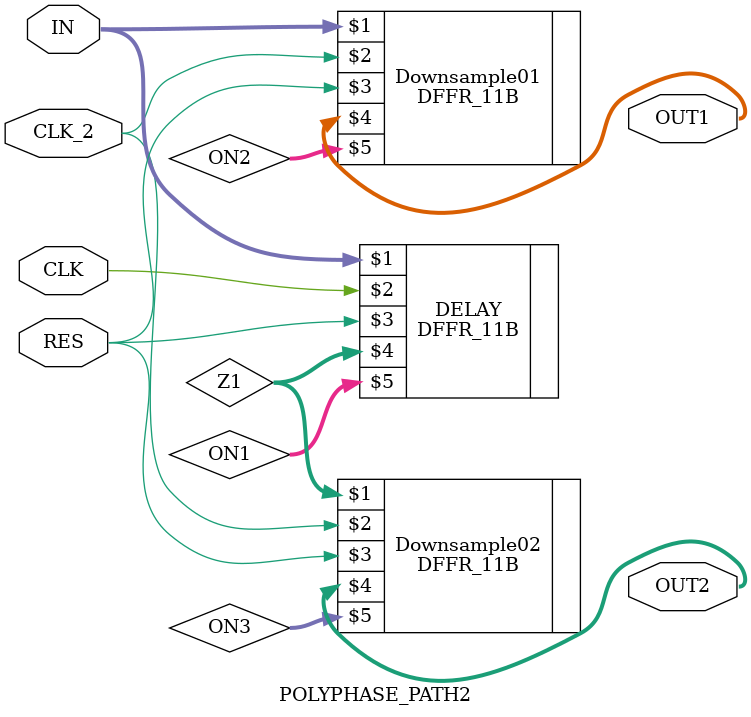
<source format=v>
module POLYPHASE_PATH2 (CLK, CLK_2, RES, IN, OUT1, OUT2);

	 parameter BW = 11;

	 input CLK, CLK_2, RES;
	 input signed [BW-1:0] IN;
	 output signed [BW-1:0] OUT1, OUT2;

	 wire signed [BW-1:0] Z1;
	 wire signed [BW-1:0] ON1, ON2, ON3;

	DFFR_11B DELAY (IN, CLK, RES, Z1, ON1),
                Downsample01 (IN, CLK_2, RES, OUT1, ON2),
		  Downsample02 (Z1, CLK_2, RES, OUT2, ON3);
	
endmodule

</source>
